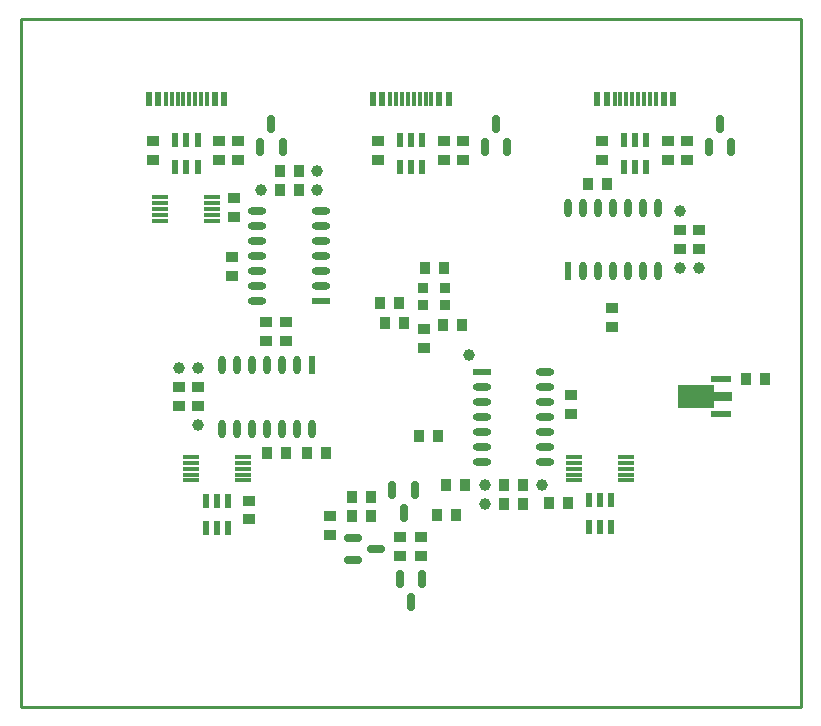
<source format=gtp>
G04*
G04 #@! TF.GenerationSoftware,Altium Limited,Altium Designer,20.0.13 (296)*
G04*
G04 Layer_Color=8421504*
%FSLAX24Y24*%
%MOIN*%
G70*
G01*
G75*
%ADD10C,0.0098*%
%ADD14R,0.0394X0.0354*%
G04:AMPARAMS|DCode=15|XSize=23.6mil|YSize=57.1mil|CornerRadius=0mil|HoleSize=0mil|Usage=FLASHONLY|Rotation=180.000|XOffset=0mil|YOffset=0mil|HoleType=Round|Shape=Octagon|*
%AMOCTAGOND15*
4,1,8,0.0059,-0.0285,-0.0059,-0.0285,-0.0118,-0.0226,-0.0118,0.0226,-0.0059,0.0285,0.0059,0.0285,0.0118,0.0226,0.0118,-0.0226,0.0059,-0.0285,0.0*
%
%ADD15OCTAGOND15*%

%ADD16R,0.0354X0.0394*%
%ADD17R,0.0236X0.0472*%
%ADD18R,0.0118X0.0453*%
%ADD19R,0.0236X0.0453*%
G04:AMPARAMS|DCode=20|XSize=31.5mil|YSize=35.4mil|CornerRadius=3.2mil|HoleSize=0mil|Usage=FLASHONLY|Rotation=90.000|XOffset=0mil|YOffset=0mil|HoleType=Round|Shape=RoundedRectangle|*
%AMROUNDEDRECTD20*
21,1,0.0315,0.0291,0,0,90.0*
21,1,0.0252,0.0354,0,0,90.0*
1,1,0.0063,0.0146,0.0126*
1,1,0.0063,0.0146,-0.0126*
1,1,0.0063,-0.0146,-0.0126*
1,1,0.0063,-0.0146,0.0126*
%
%ADD20ROUNDEDRECTD20*%
%ADD21C,0.0685*%
%ADD22R,0.0681X0.0228*%
%ADD23R,0.0236X0.0610*%
%ADD24O,0.0236X0.0610*%
%ADD25R,0.0610X0.0236*%
%ADD26O,0.0610X0.0236*%
%ADD27R,0.0551X0.0118*%
%ADD28C,0.0394*%
G04:AMPARAMS|DCode=29|XSize=23.6mil|YSize=57.1mil|CornerRadius=0mil|HoleSize=0mil|Usage=FLASHONLY|Rotation=90.000|XOffset=0mil|YOffset=0mil|HoleType=Round|Shape=Octagon|*
%AMOCTAGOND29*
4,1,8,-0.0285,-0.0059,-0.0285,0.0059,-0.0226,0.0118,0.0226,0.0118,0.0285,0.0059,0.0285,-0.0059,0.0226,-0.0118,-0.0226,-0.0118,-0.0285,-0.0059,0.0*
%
%ADD29OCTAGOND29*%

G36*
X23096Y10504D02*
X23687D01*
Y10205D01*
X23096D01*
Y9974D01*
X21904D01*
Y10735D01*
X23096D01*
Y10504D01*
D02*
G37*
D10*
X0Y22953D02*
X25984D01*
X25984D02*
X25984Y0D01*
X-0Y22953D02*
X0Y0D01*
X25984D01*
D14*
X22205Y18228D02*
D03*
Y18858D02*
D03*
X13425Y11969D02*
D03*
Y12598D02*
D03*
X8819Y12205D02*
D03*
Y12835D02*
D03*
X8150Y12205D02*
D03*
Y12835D02*
D03*
X7244Y18228D02*
D03*
Y18858D02*
D03*
X21575Y18228D02*
D03*
Y18858D02*
D03*
X14094Y18228D02*
D03*
Y18858D02*
D03*
X6614Y18228D02*
D03*
Y18858D02*
D03*
X14724Y18228D02*
D03*
Y18858D02*
D03*
X19370Y18228D02*
D03*
Y18858D02*
D03*
X11890Y18228D02*
D03*
Y18858D02*
D03*
X4409Y18228D02*
D03*
Y18858D02*
D03*
X19685Y13307D02*
D03*
Y12677D02*
D03*
X7087Y16339D02*
D03*
Y16968D02*
D03*
X22598Y15906D02*
D03*
Y15276D02*
D03*
X7047Y14370D02*
D03*
Y15000D02*
D03*
X21969Y15906D02*
D03*
Y15276D02*
D03*
X7598Y6890D02*
D03*
Y6260D02*
D03*
X18346Y10394D02*
D03*
Y9764D02*
D03*
X5276Y10039D02*
D03*
Y10669D02*
D03*
X5906Y10039D02*
D03*
Y10669D02*
D03*
X12638Y5039D02*
D03*
Y5669D02*
D03*
X13346Y5039D02*
D03*
Y5669D02*
D03*
X10315Y5748D02*
D03*
Y6378D02*
D03*
D15*
X22933Y18671D02*
D03*
X23681D02*
D03*
X23307Y19439D02*
D03*
X13366Y4281D02*
D03*
X12618D02*
D03*
X12992Y3514D02*
D03*
X15453Y18671D02*
D03*
X16201D02*
D03*
X15827Y19439D02*
D03*
X7972Y18671D02*
D03*
X8720D02*
D03*
X8346Y19439D02*
D03*
X13130Y7234D02*
D03*
X12382D02*
D03*
X12756Y6467D02*
D03*
D16*
X14685Y12756D02*
D03*
X14055D02*
D03*
X11969Y13465D02*
D03*
X12598D02*
D03*
X12126Y12795D02*
D03*
X12756D02*
D03*
X14803Y7402D02*
D03*
X14173D02*
D03*
X10157Y8465D02*
D03*
X9528D02*
D03*
X13268Y9055D02*
D03*
X13898D02*
D03*
X13465Y14646D02*
D03*
X14094D02*
D03*
X24803Y10945D02*
D03*
X24173D02*
D03*
X18898Y17441D02*
D03*
X19528D02*
D03*
X8622Y17874D02*
D03*
X9252D02*
D03*
X8622Y17244D02*
D03*
X9252D02*
D03*
X17598Y6811D02*
D03*
X18228D02*
D03*
X16732Y6772D02*
D03*
X16102D02*
D03*
X8819Y8465D02*
D03*
X8189D02*
D03*
X16732Y7402D02*
D03*
X16102D02*
D03*
X13858Y6417D02*
D03*
X14488D02*
D03*
X11024Y6378D02*
D03*
X11654D02*
D03*
X11024Y7008D02*
D03*
X11654D02*
D03*
D17*
X20846Y18012D02*
D03*
X20472D02*
D03*
X20098D02*
D03*
Y18917D02*
D03*
X20472D02*
D03*
X20846D02*
D03*
X13366Y18012D02*
D03*
X12992D02*
D03*
X12618D02*
D03*
Y18917D02*
D03*
X12992D02*
D03*
X13366D02*
D03*
X5886Y18012D02*
D03*
X5512D02*
D03*
X5138D02*
D03*
Y18917D02*
D03*
X5512D02*
D03*
X5886D02*
D03*
X6161Y6870D02*
D03*
X6535D02*
D03*
X6909D02*
D03*
Y5965D02*
D03*
X6535D02*
D03*
X6161D02*
D03*
X18917Y6909D02*
D03*
X19291D02*
D03*
X19665D02*
D03*
Y6004D02*
D03*
X19291D02*
D03*
X18917D02*
D03*
D18*
X21161Y20266D02*
D03*
X20965D02*
D03*
X20768D02*
D03*
X20571D02*
D03*
X20374D02*
D03*
X20177D02*
D03*
X19980D02*
D03*
X19783D02*
D03*
X13681D02*
D03*
X13484D02*
D03*
X13287D02*
D03*
X13091D02*
D03*
X12894D02*
D03*
X12697D02*
D03*
X12500D02*
D03*
X12303D02*
D03*
X6201D02*
D03*
X6004D02*
D03*
X5807D02*
D03*
X5610D02*
D03*
X5413D02*
D03*
X5217D02*
D03*
X5020D02*
D03*
X4823D02*
D03*
D19*
X19528D02*
D03*
X21417D02*
D03*
X21732D02*
D03*
X19213D02*
D03*
X12047D02*
D03*
X13937D02*
D03*
X14252D02*
D03*
X11732D02*
D03*
X4567D02*
D03*
X6457D02*
D03*
X6772D02*
D03*
X4252D02*
D03*
D20*
X14144Y13415D02*
D03*
X13415D02*
D03*
Y13986D02*
D03*
X14144D02*
D03*
D21*
X22645Y10354D02*
D03*
D22*
X23346Y10945D02*
D03*
Y9764D02*
D03*
D23*
X18224Y14528D02*
D03*
X9689Y11417D02*
D03*
D24*
X18724Y14528D02*
D03*
X19224D02*
D03*
X19724D02*
D03*
X20224D02*
D03*
X20724D02*
D03*
X21224D02*
D03*
X18224Y16654D02*
D03*
X18724D02*
D03*
X19224D02*
D03*
X19724D02*
D03*
X20224D02*
D03*
X20724D02*
D03*
X21224D02*
D03*
X9189Y11417D02*
D03*
X8689D02*
D03*
X8189D02*
D03*
X7689D02*
D03*
X7189D02*
D03*
X6689D02*
D03*
X9689Y9291D02*
D03*
X9189D02*
D03*
X8689D02*
D03*
X8189D02*
D03*
X7689D02*
D03*
X7189D02*
D03*
X6689D02*
D03*
D25*
X10000Y13539D02*
D03*
X15354Y11185D02*
D03*
D26*
X10000Y14039D02*
D03*
Y14539D02*
D03*
Y15039D02*
D03*
Y15539D02*
D03*
Y16039D02*
D03*
Y16539D02*
D03*
X7874Y13539D02*
D03*
Y14039D02*
D03*
Y14539D02*
D03*
Y15039D02*
D03*
Y15539D02*
D03*
Y16039D02*
D03*
Y16539D02*
D03*
X15354Y10685D02*
D03*
Y10185D02*
D03*
Y9685D02*
D03*
Y9185D02*
D03*
Y8685D02*
D03*
Y8185D02*
D03*
X17480Y11185D02*
D03*
Y10685D02*
D03*
Y10185D02*
D03*
Y9685D02*
D03*
Y9185D02*
D03*
Y8685D02*
D03*
Y8185D02*
D03*
D27*
X4646Y16220D02*
D03*
Y16417D02*
D03*
Y16614D02*
D03*
Y16811D02*
D03*
Y17008D02*
D03*
X6378D02*
D03*
Y16811D02*
D03*
Y16614D02*
D03*
Y16417D02*
D03*
Y16220D02*
D03*
X20157Y8346D02*
D03*
Y8150D02*
D03*
Y7953D02*
D03*
Y7756D02*
D03*
Y7559D02*
D03*
X18425D02*
D03*
Y7756D02*
D03*
Y7953D02*
D03*
Y8150D02*
D03*
Y8346D02*
D03*
X5669Y7559D02*
D03*
Y7756D02*
D03*
Y7953D02*
D03*
Y8150D02*
D03*
Y8346D02*
D03*
X7402D02*
D03*
Y8150D02*
D03*
Y7953D02*
D03*
Y7756D02*
D03*
Y7559D02*
D03*
D28*
X21969Y16535D02*
D03*
X7992Y17244D02*
D03*
X21969Y14646D02*
D03*
X9882Y17244D02*
D03*
X22598Y14646D02*
D03*
X9882Y17874D02*
D03*
X14921Y11732D02*
D03*
X17362Y7402D02*
D03*
X5906Y9409D02*
D03*
X15472Y7402D02*
D03*
X5906Y11299D02*
D03*
X15472Y6772D02*
D03*
X5276Y11299D02*
D03*
D29*
X11073Y5650D02*
D03*
Y4902D02*
D03*
X11841Y5276D02*
D03*
M02*

</source>
